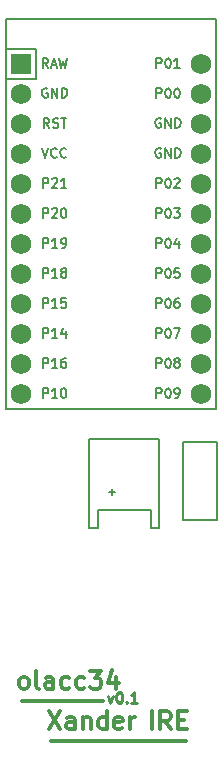
<source format=gbr>
%TF.GenerationSoftware,KiCad,Pcbnew,(7.0.0)*%
%TF.CreationDate,2023-03-27T22:06:22+01:00*%
%TF.ProjectId,olacc-34,6f6c6163-632d-4333-942e-6b696361645f,v1.0.0*%
%TF.SameCoordinates,Original*%
%TF.FileFunction,Legend,Top*%
%TF.FilePolarity,Positive*%
%FSLAX46Y46*%
G04 Gerber Fmt 4.6, Leading zero omitted, Abs format (unit mm)*
G04 Created by KiCad (PCBNEW (7.0.0)) date 2023-03-27 22:06:22*
%MOMM*%
%LPD*%
G01*
G04 APERTURE LIST*
%ADD10C,0.300000*%
%ADD11C,0.225000*%
%ADD12C,0.150000*%
%ADD13R,1.752600X1.752600*%
%ADD14C,1.752600*%
G04 APERTURE END LIST*
D10*
X89471428Y326428D02*
X89328571Y397857D01*
X89328571Y397857D02*
X89257142Y469285D01*
X89257142Y469285D02*
X89185714Y612142D01*
X89185714Y612142D02*
X89185714Y1040714D01*
X89185714Y1040714D02*
X89257142Y1183571D01*
X89257142Y1183571D02*
X89328571Y1255000D01*
X89328571Y1255000D02*
X89471428Y1326428D01*
X89471428Y1326428D02*
X89685714Y1326428D01*
X89685714Y1326428D02*
X89828571Y1255000D01*
X89828571Y1255000D02*
X89900000Y1183571D01*
X89900000Y1183571D02*
X89971428Y1040714D01*
X89971428Y1040714D02*
X89971428Y612142D01*
X89971428Y612142D02*
X89900000Y469285D01*
X89900000Y469285D02*
X89828571Y397857D01*
X89828571Y397857D02*
X89685714Y326428D01*
X89685714Y326428D02*
X89471428Y326428D01*
X90828571Y326428D02*
X90685714Y397857D01*
X90685714Y397857D02*
X90614285Y540714D01*
X90614285Y540714D02*
X90614285Y1826428D01*
X92042857Y326428D02*
X92042857Y1112142D01*
X92042857Y1112142D02*
X91971428Y1255000D01*
X91971428Y1255000D02*
X91828571Y1326428D01*
X91828571Y1326428D02*
X91542857Y1326428D01*
X91542857Y1326428D02*
X91399999Y1255000D01*
X92042857Y397857D02*
X91899999Y326428D01*
X91899999Y326428D02*
X91542857Y326428D01*
X91542857Y326428D02*
X91399999Y397857D01*
X91399999Y397857D02*
X91328571Y540714D01*
X91328571Y540714D02*
X91328571Y683571D01*
X91328571Y683571D02*
X91399999Y826428D01*
X91399999Y826428D02*
X91542857Y897857D01*
X91542857Y897857D02*
X91899999Y897857D01*
X91899999Y897857D02*
X92042857Y969285D01*
X93400000Y397857D02*
X93257142Y326428D01*
X93257142Y326428D02*
X92971428Y326428D01*
X92971428Y326428D02*
X92828571Y397857D01*
X92828571Y397857D02*
X92757142Y469285D01*
X92757142Y469285D02*
X92685714Y612142D01*
X92685714Y612142D02*
X92685714Y1040714D01*
X92685714Y1040714D02*
X92757142Y1183571D01*
X92757142Y1183571D02*
X92828571Y1255000D01*
X92828571Y1255000D02*
X92971428Y1326428D01*
X92971428Y1326428D02*
X93257142Y1326428D01*
X93257142Y1326428D02*
X93400000Y1255000D01*
X94685714Y397857D02*
X94542856Y326428D01*
X94542856Y326428D02*
X94257142Y326428D01*
X94257142Y326428D02*
X94114285Y397857D01*
X94114285Y397857D02*
X94042856Y469285D01*
X94042856Y469285D02*
X93971428Y612142D01*
X93971428Y612142D02*
X93971428Y1040714D01*
X93971428Y1040714D02*
X94042856Y1183571D01*
X94042856Y1183571D02*
X94114285Y1255000D01*
X94114285Y1255000D02*
X94257142Y1326428D01*
X94257142Y1326428D02*
X94542856Y1326428D01*
X94542856Y1326428D02*
X94685714Y1255000D01*
X95185713Y1826428D02*
X96114285Y1826428D01*
X96114285Y1826428D02*
X95614285Y1255000D01*
X95614285Y1255000D02*
X95828570Y1255000D01*
X95828570Y1255000D02*
X95971428Y1183571D01*
X95971428Y1183571D02*
X96042856Y1112142D01*
X96042856Y1112142D02*
X96114285Y969285D01*
X96114285Y969285D02*
X96114285Y612142D01*
X96114285Y612142D02*
X96042856Y469285D01*
X96042856Y469285D02*
X95971428Y397857D01*
X95971428Y397857D02*
X95828570Y326428D01*
X95828570Y326428D02*
X95399999Y326428D01*
X95399999Y326428D02*
X95257142Y397857D01*
X95257142Y397857D02*
X95185713Y469285D01*
X97399999Y1326428D02*
X97399999Y326428D01*
X97042856Y1897857D02*
X96685713Y826428D01*
X96685713Y826428D02*
X97614284Y826428D01*
D11*
X96648571Y-257142D02*
X96862857Y-857142D01*
X96862857Y-857142D02*
X97077142Y-257142D01*
X97591428Y42857D02*
X97677142Y42857D01*
X97677142Y42857D02*
X97762856Y0D01*
X97762856Y0D02*
X97805714Y-42857D01*
X97805714Y-42857D02*
X97848571Y-128571D01*
X97848571Y-128571D02*
X97891428Y-300000D01*
X97891428Y-300000D02*
X97891428Y-514285D01*
X97891428Y-514285D02*
X97848571Y-685714D01*
X97848571Y-685714D02*
X97805714Y-771428D01*
X97805714Y-771428D02*
X97762856Y-814285D01*
X97762856Y-814285D02*
X97677142Y-857142D01*
X97677142Y-857142D02*
X97591428Y-857142D01*
X97591428Y-857142D02*
X97505714Y-814285D01*
X97505714Y-814285D02*
X97462856Y-771428D01*
X97462856Y-771428D02*
X97419999Y-685714D01*
X97419999Y-685714D02*
X97377142Y-514285D01*
X97377142Y-514285D02*
X97377142Y-300000D01*
X97377142Y-300000D02*
X97419999Y-128571D01*
X97419999Y-128571D02*
X97462856Y-42857D01*
X97462856Y-42857D02*
X97505714Y0D01*
X97505714Y0D02*
X97591428Y42857D01*
X98277142Y-771428D02*
X98319999Y-814285D01*
X98319999Y-814285D02*
X98277142Y-857142D01*
X98277142Y-857142D02*
X98234285Y-814285D01*
X98234285Y-814285D02*
X98277142Y-771428D01*
X98277142Y-771428D02*
X98277142Y-857142D01*
X99177142Y-857142D02*
X98662856Y-857142D01*
X98919999Y-857142D02*
X98919999Y42857D01*
X98919999Y42857D02*
X98834285Y-85714D01*
X98834285Y-85714D02*
X98748570Y-171428D01*
X98748570Y-171428D02*
X98662856Y-214285D01*
D10*
X91654285Y-1591071D02*
X92654285Y-3091071D01*
X92654285Y-1591071D02*
X91654285Y-3091071D01*
X93868571Y-3091071D02*
X93868571Y-2305357D01*
X93868571Y-2305357D02*
X93797142Y-2162500D01*
X93797142Y-2162500D02*
X93654285Y-2091071D01*
X93654285Y-2091071D02*
X93368571Y-2091071D01*
X93368571Y-2091071D02*
X93225713Y-2162500D01*
X93868571Y-3019642D02*
X93725713Y-3091071D01*
X93725713Y-3091071D02*
X93368571Y-3091071D01*
X93368571Y-3091071D02*
X93225713Y-3019642D01*
X93225713Y-3019642D02*
X93154285Y-2876785D01*
X93154285Y-2876785D02*
X93154285Y-2733928D01*
X93154285Y-2733928D02*
X93225713Y-2591071D01*
X93225713Y-2591071D02*
X93368571Y-2519642D01*
X93368571Y-2519642D02*
X93725713Y-2519642D01*
X93725713Y-2519642D02*
X93868571Y-2448214D01*
X94582856Y-2091071D02*
X94582856Y-3091071D01*
X94582856Y-2233928D02*
X94654285Y-2162500D01*
X94654285Y-2162500D02*
X94797142Y-2091071D01*
X94797142Y-2091071D02*
X95011428Y-2091071D01*
X95011428Y-2091071D02*
X95154285Y-2162500D01*
X95154285Y-2162500D02*
X95225714Y-2305357D01*
X95225714Y-2305357D02*
X95225714Y-3091071D01*
X96582857Y-3091071D02*
X96582857Y-1591071D01*
X96582857Y-3019642D02*
X96439999Y-3091071D01*
X96439999Y-3091071D02*
X96154285Y-3091071D01*
X96154285Y-3091071D02*
X96011428Y-3019642D01*
X96011428Y-3019642D02*
X95939999Y-2948214D01*
X95939999Y-2948214D02*
X95868571Y-2805357D01*
X95868571Y-2805357D02*
X95868571Y-2376785D01*
X95868571Y-2376785D02*
X95939999Y-2233928D01*
X95939999Y-2233928D02*
X96011428Y-2162500D01*
X96011428Y-2162500D02*
X96154285Y-2091071D01*
X96154285Y-2091071D02*
X96439999Y-2091071D01*
X96439999Y-2091071D02*
X96582857Y-2162500D01*
X97868571Y-3019642D02*
X97725714Y-3091071D01*
X97725714Y-3091071D02*
X97440000Y-3091071D01*
X97440000Y-3091071D02*
X97297142Y-3019642D01*
X97297142Y-3019642D02*
X97225714Y-2876785D01*
X97225714Y-2876785D02*
X97225714Y-2305357D01*
X97225714Y-2305357D02*
X97297142Y-2162500D01*
X97297142Y-2162500D02*
X97440000Y-2091071D01*
X97440000Y-2091071D02*
X97725714Y-2091071D01*
X97725714Y-2091071D02*
X97868571Y-2162500D01*
X97868571Y-2162500D02*
X97940000Y-2305357D01*
X97940000Y-2305357D02*
X97940000Y-2448214D01*
X97940000Y-2448214D02*
X97225714Y-2591071D01*
X98582856Y-3091071D02*
X98582856Y-2091071D01*
X98582856Y-2376785D02*
X98654285Y-2233928D01*
X98654285Y-2233928D02*
X98725714Y-2162500D01*
X98725714Y-2162500D02*
X98868571Y-2091071D01*
X98868571Y-2091071D02*
X99011428Y-2091071D01*
X100411427Y-3091071D02*
X100411427Y-1591071D01*
X101982856Y-3091071D02*
X101482856Y-2376785D01*
X101125713Y-3091071D02*
X101125713Y-1591071D01*
X101125713Y-1591071D02*
X101697142Y-1591071D01*
X101697142Y-1591071D02*
X101839999Y-1662500D01*
X101839999Y-1662500D02*
X101911428Y-1733928D01*
X101911428Y-1733928D02*
X101982856Y-1876785D01*
X101982856Y-1876785D02*
X101982856Y-2091071D01*
X101982856Y-2091071D02*
X101911428Y-2233928D01*
X101911428Y-2233928D02*
X101839999Y-2305357D01*
X101839999Y-2305357D02*
X101697142Y-2376785D01*
X101697142Y-2376785D02*
X101125713Y-2376785D01*
X102625713Y-2305357D02*
X103125713Y-2305357D01*
X103339999Y-3091071D02*
X102625713Y-3091071D01*
X102625713Y-3091071D02*
X102625713Y-1591071D01*
X102625713Y-1591071D02*
X103339999Y-1591071D01*
X91840000Y-4111428D02*
X92982857Y-4111428D01*
X92982857Y-4111428D02*
X94125714Y-4111428D01*
X94125714Y-4111428D02*
X95268571Y-4111428D01*
X95268571Y-4111428D02*
X96411428Y-4111428D01*
X96411428Y-4111428D02*
X97554285Y-4111428D01*
X97554285Y-4111428D02*
X98697142Y-4111428D01*
X98697142Y-4111428D02*
X99839999Y-4111428D01*
X99839999Y-4111428D02*
X100982856Y-4111428D01*
X100982856Y-4111428D02*
X102125713Y-4111428D01*
X102125713Y-4111428D02*
X103268570Y-4111428D01*
X89400000Y-693928D02*
X90542857Y-693928D01*
X90542857Y-693928D02*
X91685714Y-693928D01*
X91685714Y-693928D02*
X92828571Y-693928D01*
X92828571Y-693928D02*
X93971428Y-693928D01*
X93971428Y-693928D02*
X95114285Y-693928D01*
X95114285Y-693928D02*
X96257142Y-693928D01*
D12*
%TO.C,MCU1*%
X91088333Y46099095D02*
X91355000Y45299095D01*
X91355000Y45299095D02*
X91621666Y46099095D01*
X92345476Y45375285D02*
X92307380Y45337190D01*
X92307380Y45337190D02*
X92193095Y45299095D01*
X92193095Y45299095D02*
X92116904Y45299095D01*
X92116904Y45299095D02*
X92002618Y45337190D01*
X92002618Y45337190D02*
X91926428Y45413380D01*
X91926428Y45413380D02*
X91888333Y45489571D01*
X91888333Y45489571D02*
X91850237Y45641952D01*
X91850237Y45641952D02*
X91850237Y45756238D01*
X91850237Y45756238D02*
X91888333Y45908619D01*
X91888333Y45908619D02*
X91926428Y45984809D01*
X91926428Y45984809D02*
X92002618Y46061000D01*
X92002618Y46061000D02*
X92116904Y46099095D01*
X92116904Y46099095D02*
X92193095Y46099095D01*
X92193095Y46099095D02*
X92307380Y46061000D01*
X92307380Y46061000D02*
X92345476Y46022904D01*
X93145476Y45375285D02*
X93107380Y45337190D01*
X93107380Y45337190D02*
X92993095Y45299095D01*
X92993095Y45299095D02*
X92916904Y45299095D01*
X92916904Y45299095D02*
X92802618Y45337190D01*
X92802618Y45337190D02*
X92726428Y45413380D01*
X92726428Y45413380D02*
X92688333Y45489571D01*
X92688333Y45489571D02*
X92650237Y45641952D01*
X92650237Y45641952D02*
X92650237Y45756238D01*
X92650237Y45756238D02*
X92688333Y45908619D01*
X92688333Y45908619D02*
X92726428Y45984809D01*
X92726428Y45984809D02*
X92802618Y46061000D01*
X92802618Y46061000D02*
X92916904Y46099095D01*
X92916904Y46099095D02*
X92993095Y46099095D01*
X92993095Y46099095D02*
X93107380Y46061000D01*
X93107380Y46061000D02*
X93145476Y46022904D01*
X91183571Y32599095D02*
X91183571Y33399095D01*
X91183571Y33399095D02*
X91488333Y33399095D01*
X91488333Y33399095D02*
X91564523Y33361000D01*
X91564523Y33361000D02*
X91602618Y33322904D01*
X91602618Y33322904D02*
X91640714Y33246714D01*
X91640714Y33246714D02*
X91640714Y33132428D01*
X91640714Y33132428D02*
X91602618Y33056238D01*
X91602618Y33056238D02*
X91564523Y33018142D01*
X91564523Y33018142D02*
X91488333Y32980047D01*
X91488333Y32980047D02*
X91183571Y32980047D01*
X92402618Y32599095D02*
X91945475Y32599095D01*
X92174047Y32599095D02*
X92174047Y33399095D01*
X92174047Y33399095D02*
X92097856Y33284809D01*
X92097856Y33284809D02*
X92021666Y33208619D01*
X92021666Y33208619D02*
X91945475Y33170523D01*
X93126428Y33399095D02*
X92745476Y33399095D01*
X92745476Y33399095D02*
X92707380Y33018142D01*
X92707380Y33018142D02*
X92745476Y33056238D01*
X92745476Y33056238D02*
X92821666Y33094333D01*
X92821666Y33094333D02*
X93012142Y33094333D01*
X93012142Y33094333D02*
X93088333Y33056238D01*
X93088333Y33056238D02*
X93126428Y33018142D01*
X93126428Y33018142D02*
X93164523Y32941952D01*
X93164523Y32941952D02*
X93164523Y32751476D01*
X93164523Y32751476D02*
X93126428Y32675285D01*
X93126428Y32675285D02*
X93088333Y32637190D01*
X93088333Y32637190D02*
X93012142Y32599095D01*
X93012142Y32599095D02*
X92821666Y32599095D01*
X92821666Y32599095D02*
X92745476Y32637190D01*
X92745476Y32637190D02*
X92707380Y32675285D01*
X91183571Y42759095D02*
X91183571Y43559095D01*
X91183571Y43559095D02*
X91488333Y43559095D01*
X91488333Y43559095D02*
X91564523Y43521000D01*
X91564523Y43521000D02*
X91602618Y43482904D01*
X91602618Y43482904D02*
X91640714Y43406714D01*
X91640714Y43406714D02*
X91640714Y43292428D01*
X91640714Y43292428D02*
X91602618Y43216238D01*
X91602618Y43216238D02*
X91564523Y43178142D01*
X91564523Y43178142D02*
X91488333Y43140047D01*
X91488333Y43140047D02*
X91183571Y43140047D01*
X91945475Y43482904D02*
X91983571Y43521000D01*
X91983571Y43521000D02*
X92059761Y43559095D01*
X92059761Y43559095D02*
X92250237Y43559095D01*
X92250237Y43559095D02*
X92326428Y43521000D01*
X92326428Y43521000D02*
X92364523Y43482904D01*
X92364523Y43482904D02*
X92402618Y43406714D01*
X92402618Y43406714D02*
X92402618Y43330523D01*
X92402618Y43330523D02*
X92364523Y43216238D01*
X92364523Y43216238D02*
X91907380Y42759095D01*
X91907380Y42759095D02*
X92402618Y42759095D01*
X93164523Y42759095D02*
X92707380Y42759095D01*
X92935952Y42759095D02*
X92935952Y43559095D01*
X92935952Y43559095D02*
X92859761Y43444809D01*
X92859761Y43444809D02*
X92783571Y43368619D01*
X92783571Y43368619D02*
X92707380Y43330523D01*
X100783571Y42759095D02*
X100783571Y43559095D01*
X100783571Y43559095D02*
X101088333Y43559095D01*
X101088333Y43559095D02*
X101164523Y43521000D01*
X101164523Y43521000D02*
X101202618Y43482904D01*
X101202618Y43482904D02*
X101240714Y43406714D01*
X101240714Y43406714D02*
X101240714Y43292428D01*
X101240714Y43292428D02*
X101202618Y43216238D01*
X101202618Y43216238D02*
X101164523Y43178142D01*
X101164523Y43178142D02*
X101088333Y43140047D01*
X101088333Y43140047D02*
X100783571Y43140047D01*
X101735952Y43559095D02*
X101812142Y43559095D01*
X101812142Y43559095D02*
X101888333Y43521000D01*
X101888333Y43521000D02*
X101926428Y43482904D01*
X101926428Y43482904D02*
X101964523Y43406714D01*
X101964523Y43406714D02*
X102002618Y43254333D01*
X102002618Y43254333D02*
X102002618Y43063857D01*
X102002618Y43063857D02*
X101964523Y42911476D01*
X101964523Y42911476D02*
X101926428Y42835285D01*
X101926428Y42835285D02*
X101888333Y42797190D01*
X101888333Y42797190D02*
X101812142Y42759095D01*
X101812142Y42759095D02*
X101735952Y42759095D01*
X101735952Y42759095D02*
X101659761Y42797190D01*
X101659761Y42797190D02*
X101621666Y42835285D01*
X101621666Y42835285D02*
X101583571Y42911476D01*
X101583571Y42911476D02*
X101545475Y43063857D01*
X101545475Y43063857D02*
X101545475Y43254333D01*
X101545475Y43254333D02*
X101583571Y43406714D01*
X101583571Y43406714D02*
X101621666Y43482904D01*
X101621666Y43482904D02*
X101659761Y43521000D01*
X101659761Y43521000D02*
X101735952Y43559095D01*
X102307380Y43482904D02*
X102345476Y43521000D01*
X102345476Y43521000D02*
X102421666Y43559095D01*
X102421666Y43559095D02*
X102612142Y43559095D01*
X102612142Y43559095D02*
X102688333Y43521000D01*
X102688333Y43521000D02*
X102726428Y43482904D01*
X102726428Y43482904D02*
X102764523Y43406714D01*
X102764523Y43406714D02*
X102764523Y43330523D01*
X102764523Y43330523D02*
X102726428Y43216238D01*
X102726428Y43216238D02*
X102269285Y42759095D01*
X102269285Y42759095D02*
X102764523Y42759095D01*
X100783571Y50379095D02*
X100783571Y51179095D01*
X100783571Y51179095D02*
X101088333Y51179095D01*
X101088333Y51179095D02*
X101164523Y51141000D01*
X101164523Y51141000D02*
X101202618Y51102904D01*
X101202618Y51102904D02*
X101240714Y51026714D01*
X101240714Y51026714D02*
X101240714Y50912428D01*
X101240714Y50912428D02*
X101202618Y50836238D01*
X101202618Y50836238D02*
X101164523Y50798142D01*
X101164523Y50798142D02*
X101088333Y50760047D01*
X101088333Y50760047D02*
X100783571Y50760047D01*
X101735952Y51179095D02*
X101812142Y51179095D01*
X101812142Y51179095D02*
X101888333Y51141000D01*
X101888333Y51141000D02*
X101926428Y51102904D01*
X101926428Y51102904D02*
X101964523Y51026714D01*
X101964523Y51026714D02*
X102002618Y50874333D01*
X102002618Y50874333D02*
X102002618Y50683857D01*
X102002618Y50683857D02*
X101964523Y50531476D01*
X101964523Y50531476D02*
X101926428Y50455285D01*
X101926428Y50455285D02*
X101888333Y50417190D01*
X101888333Y50417190D02*
X101812142Y50379095D01*
X101812142Y50379095D02*
X101735952Y50379095D01*
X101735952Y50379095D02*
X101659761Y50417190D01*
X101659761Y50417190D02*
X101621666Y50455285D01*
X101621666Y50455285D02*
X101583571Y50531476D01*
X101583571Y50531476D02*
X101545475Y50683857D01*
X101545475Y50683857D02*
X101545475Y50874333D01*
X101545475Y50874333D02*
X101583571Y51026714D01*
X101583571Y51026714D02*
X101621666Y51102904D01*
X101621666Y51102904D02*
X101659761Y51141000D01*
X101659761Y51141000D02*
X101735952Y51179095D01*
X102497857Y51179095D02*
X102574047Y51179095D01*
X102574047Y51179095D02*
X102650238Y51141000D01*
X102650238Y51141000D02*
X102688333Y51102904D01*
X102688333Y51102904D02*
X102726428Y51026714D01*
X102726428Y51026714D02*
X102764523Y50874333D01*
X102764523Y50874333D02*
X102764523Y50683857D01*
X102764523Y50683857D02*
X102726428Y50531476D01*
X102726428Y50531476D02*
X102688333Y50455285D01*
X102688333Y50455285D02*
X102650238Y50417190D01*
X102650238Y50417190D02*
X102574047Y50379095D01*
X102574047Y50379095D02*
X102497857Y50379095D01*
X102497857Y50379095D02*
X102421666Y50417190D01*
X102421666Y50417190D02*
X102383571Y50455285D01*
X102383571Y50455285D02*
X102345476Y50531476D01*
X102345476Y50531476D02*
X102307380Y50683857D01*
X102307380Y50683857D02*
X102307380Y50874333D01*
X102307380Y50874333D02*
X102345476Y51026714D01*
X102345476Y51026714D02*
X102383571Y51102904D01*
X102383571Y51102904D02*
X102421666Y51141000D01*
X102421666Y51141000D02*
X102497857Y51179095D01*
X91545476Y51141000D02*
X91469286Y51179095D01*
X91469286Y51179095D02*
X91355000Y51179095D01*
X91355000Y51179095D02*
X91240714Y51141000D01*
X91240714Y51141000D02*
X91164524Y51064809D01*
X91164524Y51064809D02*
X91126429Y50988619D01*
X91126429Y50988619D02*
X91088333Y50836238D01*
X91088333Y50836238D02*
X91088333Y50721952D01*
X91088333Y50721952D02*
X91126429Y50569571D01*
X91126429Y50569571D02*
X91164524Y50493380D01*
X91164524Y50493380D02*
X91240714Y50417190D01*
X91240714Y50417190D02*
X91355000Y50379095D01*
X91355000Y50379095D02*
X91431191Y50379095D01*
X91431191Y50379095D02*
X91545476Y50417190D01*
X91545476Y50417190D02*
X91583572Y50455285D01*
X91583572Y50455285D02*
X91583572Y50721952D01*
X91583572Y50721952D02*
X91431191Y50721952D01*
X91926429Y50379095D02*
X91926429Y51179095D01*
X91926429Y51179095D02*
X92383572Y50379095D01*
X92383572Y50379095D02*
X92383572Y51179095D01*
X92764524Y50379095D02*
X92764524Y51179095D01*
X92764524Y51179095D02*
X92955000Y51179095D01*
X92955000Y51179095D02*
X93069286Y51141000D01*
X93069286Y51141000D02*
X93145476Y51064809D01*
X93145476Y51064809D02*
X93183571Y50988619D01*
X93183571Y50988619D02*
X93221667Y50836238D01*
X93221667Y50836238D02*
X93221667Y50721952D01*
X93221667Y50721952D02*
X93183571Y50569571D01*
X93183571Y50569571D02*
X93145476Y50493380D01*
X93145476Y50493380D02*
X93069286Y50417190D01*
X93069286Y50417190D02*
X92955000Y50379095D01*
X92955000Y50379095D02*
X92764524Y50379095D01*
X100783571Y52919095D02*
X100783571Y53719095D01*
X100783571Y53719095D02*
X101088333Y53719095D01*
X101088333Y53719095D02*
X101164523Y53681000D01*
X101164523Y53681000D02*
X101202618Y53642904D01*
X101202618Y53642904D02*
X101240714Y53566714D01*
X101240714Y53566714D02*
X101240714Y53452428D01*
X101240714Y53452428D02*
X101202618Y53376238D01*
X101202618Y53376238D02*
X101164523Y53338142D01*
X101164523Y53338142D02*
X101088333Y53300047D01*
X101088333Y53300047D02*
X100783571Y53300047D01*
X101735952Y53719095D02*
X101812142Y53719095D01*
X101812142Y53719095D02*
X101888333Y53681000D01*
X101888333Y53681000D02*
X101926428Y53642904D01*
X101926428Y53642904D02*
X101964523Y53566714D01*
X101964523Y53566714D02*
X102002618Y53414333D01*
X102002618Y53414333D02*
X102002618Y53223857D01*
X102002618Y53223857D02*
X101964523Y53071476D01*
X101964523Y53071476D02*
X101926428Y52995285D01*
X101926428Y52995285D02*
X101888333Y52957190D01*
X101888333Y52957190D02*
X101812142Y52919095D01*
X101812142Y52919095D02*
X101735952Y52919095D01*
X101735952Y52919095D02*
X101659761Y52957190D01*
X101659761Y52957190D02*
X101621666Y52995285D01*
X101621666Y52995285D02*
X101583571Y53071476D01*
X101583571Y53071476D02*
X101545475Y53223857D01*
X101545475Y53223857D02*
X101545475Y53414333D01*
X101545475Y53414333D02*
X101583571Y53566714D01*
X101583571Y53566714D02*
X101621666Y53642904D01*
X101621666Y53642904D02*
X101659761Y53681000D01*
X101659761Y53681000D02*
X101735952Y53719095D01*
X102764523Y52919095D02*
X102307380Y52919095D01*
X102535952Y52919095D02*
X102535952Y53719095D01*
X102535952Y53719095D02*
X102459761Y53604809D01*
X102459761Y53604809D02*
X102383571Y53528619D01*
X102383571Y53528619D02*
X102307380Y53490523D01*
X100783571Y37679095D02*
X100783571Y38479095D01*
X100783571Y38479095D02*
X101088333Y38479095D01*
X101088333Y38479095D02*
X101164523Y38441000D01*
X101164523Y38441000D02*
X101202618Y38402904D01*
X101202618Y38402904D02*
X101240714Y38326714D01*
X101240714Y38326714D02*
X101240714Y38212428D01*
X101240714Y38212428D02*
X101202618Y38136238D01*
X101202618Y38136238D02*
X101164523Y38098142D01*
X101164523Y38098142D02*
X101088333Y38060047D01*
X101088333Y38060047D02*
X100783571Y38060047D01*
X101735952Y38479095D02*
X101812142Y38479095D01*
X101812142Y38479095D02*
X101888333Y38441000D01*
X101888333Y38441000D02*
X101926428Y38402904D01*
X101926428Y38402904D02*
X101964523Y38326714D01*
X101964523Y38326714D02*
X102002618Y38174333D01*
X102002618Y38174333D02*
X102002618Y37983857D01*
X102002618Y37983857D02*
X101964523Y37831476D01*
X101964523Y37831476D02*
X101926428Y37755285D01*
X101926428Y37755285D02*
X101888333Y37717190D01*
X101888333Y37717190D02*
X101812142Y37679095D01*
X101812142Y37679095D02*
X101735952Y37679095D01*
X101735952Y37679095D02*
X101659761Y37717190D01*
X101659761Y37717190D02*
X101621666Y37755285D01*
X101621666Y37755285D02*
X101583571Y37831476D01*
X101583571Y37831476D02*
X101545475Y37983857D01*
X101545475Y37983857D02*
X101545475Y38174333D01*
X101545475Y38174333D02*
X101583571Y38326714D01*
X101583571Y38326714D02*
X101621666Y38402904D01*
X101621666Y38402904D02*
X101659761Y38441000D01*
X101659761Y38441000D02*
X101735952Y38479095D01*
X102688333Y38212428D02*
X102688333Y37679095D01*
X102497857Y38517190D02*
X102307380Y37945761D01*
X102307380Y37945761D02*
X102802619Y37945761D01*
X101145476Y46061000D02*
X101069286Y46099095D01*
X101069286Y46099095D02*
X100955000Y46099095D01*
X100955000Y46099095D02*
X100840714Y46061000D01*
X100840714Y46061000D02*
X100764524Y45984809D01*
X100764524Y45984809D02*
X100726429Y45908619D01*
X100726429Y45908619D02*
X100688333Y45756238D01*
X100688333Y45756238D02*
X100688333Y45641952D01*
X100688333Y45641952D02*
X100726429Y45489571D01*
X100726429Y45489571D02*
X100764524Y45413380D01*
X100764524Y45413380D02*
X100840714Y45337190D01*
X100840714Y45337190D02*
X100955000Y45299095D01*
X100955000Y45299095D02*
X101031191Y45299095D01*
X101031191Y45299095D02*
X101145476Y45337190D01*
X101145476Y45337190D02*
X101183572Y45375285D01*
X101183572Y45375285D02*
X101183572Y45641952D01*
X101183572Y45641952D02*
X101031191Y45641952D01*
X101526429Y45299095D02*
X101526429Y46099095D01*
X101526429Y46099095D02*
X101983572Y45299095D01*
X101983572Y45299095D02*
X101983572Y46099095D01*
X102364524Y45299095D02*
X102364524Y46099095D01*
X102364524Y46099095D02*
X102555000Y46099095D01*
X102555000Y46099095D02*
X102669286Y46061000D01*
X102669286Y46061000D02*
X102745476Y45984809D01*
X102745476Y45984809D02*
X102783571Y45908619D01*
X102783571Y45908619D02*
X102821667Y45756238D01*
X102821667Y45756238D02*
X102821667Y45641952D01*
X102821667Y45641952D02*
X102783571Y45489571D01*
X102783571Y45489571D02*
X102745476Y45413380D01*
X102745476Y45413380D02*
X102669286Y45337190D01*
X102669286Y45337190D02*
X102555000Y45299095D01*
X102555000Y45299095D02*
X102364524Y45299095D01*
X91183571Y40219095D02*
X91183571Y41019095D01*
X91183571Y41019095D02*
X91488333Y41019095D01*
X91488333Y41019095D02*
X91564523Y40981000D01*
X91564523Y40981000D02*
X91602618Y40942904D01*
X91602618Y40942904D02*
X91640714Y40866714D01*
X91640714Y40866714D02*
X91640714Y40752428D01*
X91640714Y40752428D02*
X91602618Y40676238D01*
X91602618Y40676238D02*
X91564523Y40638142D01*
X91564523Y40638142D02*
X91488333Y40600047D01*
X91488333Y40600047D02*
X91183571Y40600047D01*
X91945475Y40942904D02*
X91983571Y40981000D01*
X91983571Y40981000D02*
X92059761Y41019095D01*
X92059761Y41019095D02*
X92250237Y41019095D01*
X92250237Y41019095D02*
X92326428Y40981000D01*
X92326428Y40981000D02*
X92364523Y40942904D01*
X92364523Y40942904D02*
X92402618Y40866714D01*
X92402618Y40866714D02*
X92402618Y40790523D01*
X92402618Y40790523D02*
X92364523Y40676238D01*
X92364523Y40676238D02*
X91907380Y40219095D01*
X91907380Y40219095D02*
X92402618Y40219095D01*
X92897857Y41019095D02*
X92974047Y41019095D01*
X92974047Y41019095D02*
X93050238Y40981000D01*
X93050238Y40981000D02*
X93088333Y40942904D01*
X93088333Y40942904D02*
X93126428Y40866714D01*
X93126428Y40866714D02*
X93164523Y40714333D01*
X93164523Y40714333D02*
X93164523Y40523857D01*
X93164523Y40523857D02*
X93126428Y40371476D01*
X93126428Y40371476D02*
X93088333Y40295285D01*
X93088333Y40295285D02*
X93050238Y40257190D01*
X93050238Y40257190D02*
X92974047Y40219095D01*
X92974047Y40219095D02*
X92897857Y40219095D01*
X92897857Y40219095D02*
X92821666Y40257190D01*
X92821666Y40257190D02*
X92783571Y40295285D01*
X92783571Y40295285D02*
X92745476Y40371476D01*
X92745476Y40371476D02*
X92707380Y40523857D01*
X92707380Y40523857D02*
X92707380Y40714333D01*
X92707380Y40714333D02*
X92745476Y40866714D01*
X92745476Y40866714D02*
X92783571Y40942904D01*
X92783571Y40942904D02*
X92821666Y40981000D01*
X92821666Y40981000D02*
X92897857Y41019095D01*
X91183571Y24979095D02*
X91183571Y25779095D01*
X91183571Y25779095D02*
X91488333Y25779095D01*
X91488333Y25779095D02*
X91564523Y25741000D01*
X91564523Y25741000D02*
X91602618Y25702904D01*
X91602618Y25702904D02*
X91640714Y25626714D01*
X91640714Y25626714D02*
X91640714Y25512428D01*
X91640714Y25512428D02*
X91602618Y25436238D01*
X91602618Y25436238D02*
X91564523Y25398142D01*
X91564523Y25398142D02*
X91488333Y25360047D01*
X91488333Y25360047D02*
X91183571Y25360047D01*
X92402618Y24979095D02*
X91945475Y24979095D01*
X92174047Y24979095D02*
X92174047Y25779095D01*
X92174047Y25779095D02*
X92097856Y25664809D01*
X92097856Y25664809D02*
X92021666Y25588619D01*
X92021666Y25588619D02*
X91945475Y25550523D01*
X92897857Y25779095D02*
X92974047Y25779095D01*
X92974047Y25779095D02*
X93050238Y25741000D01*
X93050238Y25741000D02*
X93088333Y25702904D01*
X93088333Y25702904D02*
X93126428Y25626714D01*
X93126428Y25626714D02*
X93164523Y25474333D01*
X93164523Y25474333D02*
X93164523Y25283857D01*
X93164523Y25283857D02*
X93126428Y25131476D01*
X93126428Y25131476D02*
X93088333Y25055285D01*
X93088333Y25055285D02*
X93050238Y25017190D01*
X93050238Y25017190D02*
X92974047Y24979095D01*
X92974047Y24979095D02*
X92897857Y24979095D01*
X92897857Y24979095D02*
X92821666Y25017190D01*
X92821666Y25017190D02*
X92783571Y25055285D01*
X92783571Y25055285D02*
X92745476Y25131476D01*
X92745476Y25131476D02*
X92707380Y25283857D01*
X92707380Y25283857D02*
X92707380Y25474333D01*
X92707380Y25474333D02*
X92745476Y25626714D01*
X92745476Y25626714D02*
X92783571Y25702904D01*
X92783571Y25702904D02*
X92821666Y25741000D01*
X92821666Y25741000D02*
X92897857Y25779095D01*
X100783571Y30059095D02*
X100783571Y30859095D01*
X100783571Y30859095D02*
X101088333Y30859095D01*
X101088333Y30859095D02*
X101164523Y30821000D01*
X101164523Y30821000D02*
X101202618Y30782904D01*
X101202618Y30782904D02*
X101240714Y30706714D01*
X101240714Y30706714D02*
X101240714Y30592428D01*
X101240714Y30592428D02*
X101202618Y30516238D01*
X101202618Y30516238D02*
X101164523Y30478142D01*
X101164523Y30478142D02*
X101088333Y30440047D01*
X101088333Y30440047D02*
X100783571Y30440047D01*
X101735952Y30859095D02*
X101812142Y30859095D01*
X101812142Y30859095D02*
X101888333Y30821000D01*
X101888333Y30821000D02*
X101926428Y30782904D01*
X101926428Y30782904D02*
X101964523Y30706714D01*
X101964523Y30706714D02*
X102002618Y30554333D01*
X102002618Y30554333D02*
X102002618Y30363857D01*
X102002618Y30363857D02*
X101964523Y30211476D01*
X101964523Y30211476D02*
X101926428Y30135285D01*
X101926428Y30135285D02*
X101888333Y30097190D01*
X101888333Y30097190D02*
X101812142Y30059095D01*
X101812142Y30059095D02*
X101735952Y30059095D01*
X101735952Y30059095D02*
X101659761Y30097190D01*
X101659761Y30097190D02*
X101621666Y30135285D01*
X101621666Y30135285D02*
X101583571Y30211476D01*
X101583571Y30211476D02*
X101545475Y30363857D01*
X101545475Y30363857D02*
X101545475Y30554333D01*
X101545475Y30554333D02*
X101583571Y30706714D01*
X101583571Y30706714D02*
X101621666Y30782904D01*
X101621666Y30782904D02*
X101659761Y30821000D01*
X101659761Y30821000D02*
X101735952Y30859095D01*
X102269285Y30859095D02*
X102802619Y30859095D01*
X102802619Y30859095D02*
X102459761Y30059095D01*
X91183571Y35139095D02*
X91183571Y35939095D01*
X91183571Y35939095D02*
X91488333Y35939095D01*
X91488333Y35939095D02*
X91564523Y35901000D01*
X91564523Y35901000D02*
X91602618Y35862904D01*
X91602618Y35862904D02*
X91640714Y35786714D01*
X91640714Y35786714D02*
X91640714Y35672428D01*
X91640714Y35672428D02*
X91602618Y35596238D01*
X91602618Y35596238D02*
X91564523Y35558142D01*
X91564523Y35558142D02*
X91488333Y35520047D01*
X91488333Y35520047D02*
X91183571Y35520047D01*
X92402618Y35139095D02*
X91945475Y35139095D01*
X92174047Y35139095D02*
X92174047Y35939095D01*
X92174047Y35939095D02*
X92097856Y35824809D01*
X92097856Y35824809D02*
X92021666Y35748619D01*
X92021666Y35748619D02*
X91945475Y35710523D01*
X92859761Y35596238D02*
X92783571Y35634333D01*
X92783571Y35634333D02*
X92745476Y35672428D01*
X92745476Y35672428D02*
X92707380Y35748619D01*
X92707380Y35748619D02*
X92707380Y35786714D01*
X92707380Y35786714D02*
X92745476Y35862904D01*
X92745476Y35862904D02*
X92783571Y35901000D01*
X92783571Y35901000D02*
X92859761Y35939095D01*
X92859761Y35939095D02*
X93012142Y35939095D01*
X93012142Y35939095D02*
X93088333Y35901000D01*
X93088333Y35901000D02*
X93126428Y35862904D01*
X93126428Y35862904D02*
X93164523Y35786714D01*
X93164523Y35786714D02*
X93164523Y35748619D01*
X93164523Y35748619D02*
X93126428Y35672428D01*
X93126428Y35672428D02*
X93088333Y35634333D01*
X93088333Y35634333D02*
X93012142Y35596238D01*
X93012142Y35596238D02*
X92859761Y35596238D01*
X92859761Y35596238D02*
X92783571Y35558142D01*
X92783571Y35558142D02*
X92745476Y35520047D01*
X92745476Y35520047D02*
X92707380Y35443857D01*
X92707380Y35443857D02*
X92707380Y35291476D01*
X92707380Y35291476D02*
X92745476Y35215285D01*
X92745476Y35215285D02*
X92783571Y35177190D01*
X92783571Y35177190D02*
X92859761Y35139095D01*
X92859761Y35139095D02*
X93012142Y35139095D01*
X93012142Y35139095D02*
X93088333Y35177190D01*
X93088333Y35177190D02*
X93126428Y35215285D01*
X93126428Y35215285D02*
X93164523Y35291476D01*
X93164523Y35291476D02*
X93164523Y35443857D01*
X93164523Y35443857D02*
X93126428Y35520047D01*
X93126428Y35520047D02*
X93088333Y35558142D01*
X93088333Y35558142D02*
X93012142Y35596238D01*
X91183571Y27519095D02*
X91183571Y28319095D01*
X91183571Y28319095D02*
X91488333Y28319095D01*
X91488333Y28319095D02*
X91564523Y28281000D01*
X91564523Y28281000D02*
X91602618Y28242904D01*
X91602618Y28242904D02*
X91640714Y28166714D01*
X91640714Y28166714D02*
X91640714Y28052428D01*
X91640714Y28052428D02*
X91602618Y27976238D01*
X91602618Y27976238D02*
X91564523Y27938142D01*
X91564523Y27938142D02*
X91488333Y27900047D01*
X91488333Y27900047D02*
X91183571Y27900047D01*
X92402618Y27519095D02*
X91945475Y27519095D01*
X92174047Y27519095D02*
X92174047Y28319095D01*
X92174047Y28319095D02*
X92097856Y28204809D01*
X92097856Y28204809D02*
X92021666Y28128619D01*
X92021666Y28128619D02*
X91945475Y28090523D01*
X93088333Y28319095D02*
X92935952Y28319095D01*
X92935952Y28319095D02*
X92859761Y28281000D01*
X92859761Y28281000D02*
X92821666Y28242904D01*
X92821666Y28242904D02*
X92745476Y28128619D01*
X92745476Y28128619D02*
X92707380Y27976238D01*
X92707380Y27976238D02*
X92707380Y27671476D01*
X92707380Y27671476D02*
X92745476Y27595285D01*
X92745476Y27595285D02*
X92783571Y27557190D01*
X92783571Y27557190D02*
X92859761Y27519095D01*
X92859761Y27519095D02*
X93012142Y27519095D01*
X93012142Y27519095D02*
X93088333Y27557190D01*
X93088333Y27557190D02*
X93126428Y27595285D01*
X93126428Y27595285D02*
X93164523Y27671476D01*
X93164523Y27671476D02*
X93164523Y27861952D01*
X93164523Y27861952D02*
X93126428Y27938142D01*
X93126428Y27938142D02*
X93088333Y27976238D01*
X93088333Y27976238D02*
X93012142Y28014333D01*
X93012142Y28014333D02*
X92859761Y28014333D01*
X92859761Y28014333D02*
X92783571Y27976238D01*
X92783571Y27976238D02*
X92745476Y27938142D01*
X92745476Y27938142D02*
X92707380Y27861952D01*
X100783571Y40219095D02*
X100783571Y41019095D01*
X100783571Y41019095D02*
X101088333Y41019095D01*
X101088333Y41019095D02*
X101164523Y40981000D01*
X101164523Y40981000D02*
X101202618Y40942904D01*
X101202618Y40942904D02*
X101240714Y40866714D01*
X101240714Y40866714D02*
X101240714Y40752428D01*
X101240714Y40752428D02*
X101202618Y40676238D01*
X101202618Y40676238D02*
X101164523Y40638142D01*
X101164523Y40638142D02*
X101088333Y40600047D01*
X101088333Y40600047D02*
X100783571Y40600047D01*
X101735952Y41019095D02*
X101812142Y41019095D01*
X101812142Y41019095D02*
X101888333Y40981000D01*
X101888333Y40981000D02*
X101926428Y40942904D01*
X101926428Y40942904D02*
X101964523Y40866714D01*
X101964523Y40866714D02*
X102002618Y40714333D01*
X102002618Y40714333D02*
X102002618Y40523857D01*
X102002618Y40523857D02*
X101964523Y40371476D01*
X101964523Y40371476D02*
X101926428Y40295285D01*
X101926428Y40295285D02*
X101888333Y40257190D01*
X101888333Y40257190D02*
X101812142Y40219095D01*
X101812142Y40219095D02*
X101735952Y40219095D01*
X101735952Y40219095D02*
X101659761Y40257190D01*
X101659761Y40257190D02*
X101621666Y40295285D01*
X101621666Y40295285D02*
X101583571Y40371476D01*
X101583571Y40371476D02*
X101545475Y40523857D01*
X101545475Y40523857D02*
X101545475Y40714333D01*
X101545475Y40714333D02*
X101583571Y40866714D01*
X101583571Y40866714D02*
X101621666Y40942904D01*
X101621666Y40942904D02*
X101659761Y40981000D01*
X101659761Y40981000D02*
X101735952Y41019095D01*
X102269285Y41019095D02*
X102764523Y41019095D01*
X102764523Y41019095D02*
X102497857Y40714333D01*
X102497857Y40714333D02*
X102612142Y40714333D01*
X102612142Y40714333D02*
X102688333Y40676238D01*
X102688333Y40676238D02*
X102726428Y40638142D01*
X102726428Y40638142D02*
X102764523Y40561952D01*
X102764523Y40561952D02*
X102764523Y40371476D01*
X102764523Y40371476D02*
X102726428Y40295285D01*
X102726428Y40295285D02*
X102688333Y40257190D01*
X102688333Y40257190D02*
X102612142Y40219095D01*
X102612142Y40219095D02*
X102383571Y40219095D01*
X102383571Y40219095D02*
X102307380Y40257190D01*
X102307380Y40257190D02*
X102269285Y40295285D01*
X100783571Y32599095D02*
X100783571Y33399095D01*
X100783571Y33399095D02*
X101088333Y33399095D01*
X101088333Y33399095D02*
X101164523Y33361000D01*
X101164523Y33361000D02*
X101202618Y33322904D01*
X101202618Y33322904D02*
X101240714Y33246714D01*
X101240714Y33246714D02*
X101240714Y33132428D01*
X101240714Y33132428D02*
X101202618Y33056238D01*
X101202618Y33056238D02*
X101164523Y33018142D01*
X101164523Y33018142D02*
X101088333Y32980047D01*
X101088333Y32980047D02*
X100783571Y32980047D01*
X101735952Y33399095D02*
X101812142Y33399095D01*
X101812142Y33399095D02*
X101888333Y33361000D01*
X101888333Y33361000D02*
X101926428Y33322904D01*
X101926428Y33322904D02*
X101964523Y33246714D01*
X101964523Y33246714D02*
X102002618Y33094333D01*
X102002618Y33094333D02*
X102002618Y32903857D01*
X102002618Y32903857D02*
X101964523Y32751476D01*
X101964523Y32751476D02*
X101926428Y32675285D01*
X101926428Y32675285D02*
X101888333Y32637190D01*
X101888333Y32637190D02*
X101812142Y32599095D01*
X101812142Y32599095D02*
X101735952Y32599095D01*
X101735952Y32599095D02*
X101659761Y32637190D01*
X101659761Y32637190D02*
X101621666Y32675285D01*
X101621666Y32675285D02*
X101583571Y32751476D01*
X101583571Y32751476D02*
X101545475Y32903857D01*
X101545475Y32903857D02*
X101545475Y33094333D01*
X101545475Y33094333D02*
X101583571Y33246714D01*
X101583571Y33246714D02*
X101621666Y33322904D01*
X101621666Y33322904D02*
X101659761Y33361000D01*
X101659761Y33361000D02*
X101735952Y33399095D01*
X102688333Y33399095D02*
X102535952Y33399095D01*
X102535952Y33399095D02*
X102459761Y33361000D01*
X102459761Y33361000D02*
X102421666Y33322904D01*
X102421666Y33322904D02*
X102345476Y33208619D01*
X102345476Y33208619D02*
X102307380Y33056238D01*
X102307380Y33056238D02*
X102307380Y32751476D01*
X102307380Y32751476D02*
X102345476Y32675285D01*
X102345476Y32675285D02*
X102383571Y32637190D01*
X102383571Y32637190D02*
X102459761Y32599095D01*
X102459761Y32599095D02*
X102612142Y32599095D01*
X102612142Y32599095D02*
X102688333Y32637190D01*
X102688333Y32637190D02*
X102726428Y32675285D01*
X102726428Y32675285D02*
X102764523Y32751476D01*
X102764523Y32751476D02*
X102764523Y32941952D01*
X102764523Y32941952D02*
X102726428Y33018142D01*
X102726428Y33018142D02*
X102688333Y33056238D01*
X102688333Y33056238D02*
X102612142Y33094333D01*
X102612142Y33094333D02*
X102459761Y33094333D01*
X102459761Y33094333D02*
X102383571Y33056238D01*
X102383571Y33056238D02*
X102345476Y33018142D01*
X102345476Y33018142D02*
X102307380Y32941952D01*
X91183571Y37679095D02*
X91183571Y38479095D01*
X91183571Y38479095D02*
X91488333Y38479095D01*
X91488333Y38479095D02*
X91564523Y38441000D01*
X91564523Y38441000D02*
X91602618Y38402904D01*
X91602618Y38402904D02*
X91640714Y38326714D01*
X91640714Y38326714D02*
X91640714Y38212428D01*
X91640714Y38212428D02*
X91602618Y38136238D01*
X91602618Y38136238D02*
X91564523Y38098142D01*
X91564523Y38098142D02*
X91488333Y38060047D01*
X91488333Y38060047D02*
X91183571Y38060047D01*
X92402618Y37679095D02*
X91945475Y37679095D01*
X92174047Y37679095D02*
X92174047Y38479095D01*
X92174047Y38479095D02*
X92097856Y38364809D01*
X92097856Y38364809D02*
X92021666Y38288619D01*
X92021666Y38288619D02*
X91945475Y38250523D01*
X92783571Y37679095D02*
X92935952Y37679095D01*
X92935952Y37679095D02*
X93012142Y37717190D01*
X93012142Y37717190D02*
X93050238Y37755285D01*
X93050238Y37755285D02*
X93126428Y37869571D01*
X93126428Y37869571D02*
X93164523Y38021952D01*
X93164523Y38021952D02*
X93164523Y38326714D01*
X93164523Y38326714D02*
X93126428Y38402904D01*
X93126428Y38402904D02*
X93088333Y38441000D01*
X93088333Y38441000D02*
X93012142Y38479095D01*
X93012142Y38479095D02*
X92859761Y38479095D01*
X92859761Y38479095D02*
X92783571Y38441000D01*
X92783571Y38441000D02*
X92745476Y38402904D01*
X92745476Y38402904D02*
X92707380Y38326714D01*
X92707380Y38326714D02*
X92707380Y38136238D01*
X92707380Y38136238D02*
X92745476Y38060047D01*
X92745476Y38060047D02*
X92783571Y38021952D01*
X92783571Y38021952D02*
X92859761Y37983857D01*
X92859761Y37983857D02*
X93012142Y37983857D01*
X93012142Y37983857D02*
X93088333Y38021952D01*
X93088333Y38021952D02*
X93126428Y38060047D01*
X93126428Y38060047D02*
X93164523Y38136238D01*
X101145476Y48601000D02*
X101069286Y48639095D01*
X101069286Y48639095D02*
X100955000Y48639095D01*
X100955000Y48639095D02*
X100840714Y48601000D01*
X100840714Y48601000D02*
X100764524Y48524809D01*
X100764524Y48524809D02*
X100726429Y48448619D01*
X100726429Y48448619D02*
X100688333Y48296238D01*
X100688333Y48296238D02*
X100688333Y48181952D01*
X100688333Y48181952D02*
X100726429Y48029571D01*
X100726429Y48029571D02*
X100764524Y47953380D01*
X100764524Y47953380D02*
X100840714Y47877190D01*
X100840714Y47877190D02*
X100955000Y47839095D01*
X100955000Y47839095D02*
X101031191Y47839095D01*
X101031191Y47839095D02*
X101145476Y47877190D01*
X101145476Y47877190D02*
X101183572Y47915285D01*
X101183572Y47915285D02*
X101183572Y48181952D01*
X101183572Y48181952D02*
X101031191Y48181952D01*
X101526429Y47839095D02*
X101526429Y48639095D01*
X101526429Y48639095D02*
X101983572Y47839095D01*
X101983572Y47839095D02*
X101983572Y48639095D01*
X102364524Y47839095D02*
X102364524Y48639095D01*
X102364524Y48639095D02*
X102555000Y48639095D01*
X102555000Y48639095D02*
X102669286Y48601000D01*
X102669286Y48601000D02*
X102745476Y48524809D01*
X102745476Y48524809D02*
X102783571Y48448619D01*
X102783571Y48448619D02*
X102821667Y48296238D01*
X102821667Y48296238D02*
X102821667Y48181952D01*
X102821667Y48181952D02*
X102783571Y48029571D01*
X102783571Y48029571D02*
X102745476Y47953380D01*
X102745476Y47953380D02*
X102669286Y47877190D01*
X102669286Y47877190D02*
X102555000Y47839095D01*
X102555000Y47839095D02*
X102364524Y47839095D01*
X100783571Y27519095D02*
X100783571Y28319095D01*
X100783571Y28319095D02*
X101088333Y28319095D01*
X101088333Y28319095D02*
X101164523Y28281000D01*
X101164523Y28281000D02*
X101202618Y28242904D01*
X101202618Y28242904D02*
X101240714Y28166714D01*
X101240714Y28166714D02*
X101240714Y28052428D01*
X101240714Y28052428D02*
X101202618Y27976238D01*
X101202618Y27976238D02*
X101164523Y27938142D01*
X101164523Y27938142D02*
X101088333Y27900047D01*
X101088333Y27900047D02*
X100783571Y27900047D01*
X101735952Y28319095D02*
X101812142Y28319095D01*
X101812142Y28319095D02*
X101888333Y28281000D01*
X101888333Y28281000D02*
X101926428Y28242904D01*
X101926428Y28242904D02*
X101964523Y28166714D01*
X101964523Y28166714D02*
X102002618Y28014333D01*
X102002618Y28014333D02*
X102002618Y27823857D01*
X102002618Y27823857D02*
X101964523Y27671476D01*
X101964523Y27671476D02*
X101926428Y27595285D01*
X101926428Y27595285D02*
X101888333Y27557190D01*
X101888333Y27557190D02*
X101812142Y27519095D01*
X101812142Y27519095D02*
X101735952Y27519095D01*
X101735952Y27519095D02*
X101659761Y27557190D01*
X101659761Y27557190D02*
X101621666Y27595285D01*
X101621666Y27595285D02*
X101583571Y27671476D01*
X101583571Y27671476D02*
X101545475Y27823857D01*
X101545475Y27823857D02*
X101545475Y28014333D01*
X101545475Y28014333D02*
X101583571Y28166714D01*
X101583571Y28166714D02*
X101621666Y28242904D01*
X101621666Y28242904D02*
X101659761Y28281000D01*
X101659761Y28281000D02*
X101735952Y28319095D01*
X102459761Y27976238D02*
X102383571Y28014333D01*
X102383571Y28014333D02*
X102345476Y28052428D01*
X102345476Y28052428D02*
X102307380Y28128619D01*
X102307380Y28128619D02*
X102307380Y28166714D01*
X102307380Y28166714D02*
X102345476Y28242904D01*
X102345476Y28242904D02*
X102383571Y28281000D01*
X102383571Y28281000D02*
X102459761Y28319095D01*
X102459761Y28319095D02*
X102612142Y28319095D01*
X102612142Y28319095D02*
X102688333Y28281000D01*
X102688333Y28281000D02*
X102726428Y28242904D01*
X102726428Y28242904D02*
X102764523Y28166714D01*
X102764523Y28166714D02*
X102764523Y28128619D01*
X102764523Y28128619D02*
X102726428Y28052428D01*
X102726428Y28052428D02*
X102688333Y28014333D01*
X102688333Y28014333D02*
X102612142Y27976238D01*
X102612142Y27976238D02*
X102459761Y27976238D01*
X102459761Y27976238D02*
X102383571Y27938142D01*
X102383571Y27938142D02*
X102345476Y27900047D01*
X102345476Y27900047D02*
X102307380Y27823857D01*
X102307380Y27823857D02*
X102307380Y27671476D01*
X102307380Y27671476D02*
X102345476Y27595285D01*
X102345476Y27595285D02*
X102383571Y27557190D01*
X102383571Y27557190D02*
X102459761Y27519095D01*
X102459761Y27519095D02*
X102612142Y27519095D01*
X102612142Y27519095D02*
X102688333Y27557190D01*
X102688333Y27557190D02*
X102726428Y27595285D01*
X102726428Y27595285D02*
X102764523Y27671476D01*
X102764523Y27671476D02*
X102764523Y27823857D01*
X102764523Y27823857D02*
X102726428Y27900047D01*
X102726428Y27900047D02*
X102688333Y27938142D01*
X102688333Y27938142D02*
X102612142Y27976238D01*
X91716905Y47839095D02*
X91450238Y48220047D01*
X91259762Y47839095D02*
X91259762Y48639095D01*
X91259762Y48639095D02*
X91564524Y48639095D01*
X91564524Y48639095D02*
X91640714Y48601000D01*
X91640714Y48601000D02*
X91678809Y48562904D01*
X91678809Y48562904D02*
X91716905Y48486714D01*
X91716905Y48486714D02*
X91716905Y48372428D01*
X91716905Y48372428D02*
X91678809Y48296238D01*
X91678809Y48296238D02*
X91640714Y48258142D01*
X91640714Y48258142D02*
X91564524Y48220047D01*
X91564524Y48220047D02*
X91259762Y48220047D01*
X92021666Y47877190D02*
X92135952Y47839095D01*
X92135952Y47839095D02*
X92326428Y47839095D01*
X92326428Y47839095D02*
X92402619Y47877190D01*
X92402619Y47877190D02*
X92440714Y47915285D01*
X92440714Y47915285D02*
X92478809Y47991476D01*
X92478809Y47991476D02*
X92478809Y48067666D01*
X92478809Y48067666D02*
X92440714Y48143857D01*
X92440714Y48143857D02*
X92402619Y48181952D01*
X92402619Y48181952D02*
X92326428Y48220047D01*
X92326428Y48220047D02*
X92174047Y48258142D01*
X92174047Y48258142D02*
X92097857Y48296238D01*
X92097857Y48296238D02*
X92059762Y48334333D01*
X92059762Y48334333D02*
X92021666Y48410523D01*
X92021666Y48410523D02*
X92021666Y48486714D01*
X92021666Y48486714D02*
X92059762Y48562904D01*
X92059762Y48562904D02*
X92097857Y48601000D01*
X92097857Y48601000D02*
X92174047Y48639095D01*
X92174047Y48639095D02*
X92364524Y48639095D01*
X92364524Y48639095D02*
X92478809Y48601000D01*
X92707381Y48639095D02*
X93164524Y48639095D01*
X92935952Y47839095D02*
X92935952Y48639095D01*
X91602619Y52919095D02*
X91335952Y53300047D01*
X91145476Y52919095D02*
X91145476Y53719095D01*
X91145476Y53719095D02*
X91450238Y53719095D01*
X91450238Y53719095D02*
X91526428Y53681000D01*
X91526428Y53681000D02*
X91564523Y53642904D01*
X91564523Y53642904D02*
X91602619Y53566714D01*
X91602619Y53566714D02*
X91602619Y53452428D01*
X91602619Y53452428D02*
X91564523Y53376238D01*
X91564523Y53376238D02*
X91526428Y53338142D01*
X91526428Y53338142D02*
X91450238Y53300047D01*
X91450238Y53300047D02*
X91145476Y53300047D01*
X91907380Y53147666D02*
X92288333Y53147666D01*
X91831190Y52919095D02*
X92097857Y53719095D01*
X92097857Y53719095D02*
X92364523Y52919095D01*
X92554999Y53719095D02*
X92745475Y52919095D01*
X92745475Y52919095D02*
X92897856Y53490523D01*
X92897856Y53490523D02*
X93050237Y52919095D01*
X93050237Y52919095D02*
X93240714Y53719095D01*
X91183571Y30059095D02*
X91183571Y30859095D01*
X91183571Y30859095D02*
X91488333Y30859095D01*
X91488333Y30859095D02*
X91564523Y30821000D01*
X91564523Y30821000D02*
X91602618Y30782904D01*
X91602618Y30782904D02*
X91640714Y30706714D01*
X91640714Y30706714D02*
X91640714Y30592428D01*
X91640714Y30592428D02*
X91602618Y30516238D01*
X91602618Y30516238D02*
X91564523Y30478142D01*
X91564523Y30478142D02*
X91488333Y30440047D01*
X91488333Y30440047D02*
X91183571Y30440047D01*
X92402618Y30059095D02*
X91945475Y30059095D01*
X92174047Y30059095D02*
X92174047Y30859095D01*
X92174047Y30859095D02*
X92097856Y30744809D01*
X92097856Y30744809D02*
X92021666Y30668619D01*
X92021666Y30668619D02*
X91945475Y30630523D01*
X93088333Y30592428D02*
X93088333Y30059095D01*
X92897857Y30897190D02*
X92707380Y30325761D01*
X92707380Y30325761D02*
X93202619Y30325761D01*
X100783571Y24979095D02*
X100783571Y25779095D01*
X100783571Y25779095D02*
X101088333Y25779095D01*
X101088333Y25779095D02*
X101164523Y25741000D01*
X101164523Y25741000D02*
X101202618Y25702904D01*
X101202618Y25702904D02*
X101240714Y25626714D01*
X101240714Y25626714D02*
X101240714Y25512428D01*
X101240714Y25512428D02*
X101202618Y25436238D01*
X101202618Y25436238D02*
X101164523Y25398142D01*
X101164523Y25398142D02*
X101088333Y25360047D01*
X101088333Y25360047D02*
X100783571Y25360047D01*
X101735952Y25779095D02*
X101812142Y25779095D01*
X101812142Y25779095D02*
X101888333Y25741000D01*
X101888333Y25741000D02*
X101926428Y25702904D01*
X101926428Y25702904D02*
X101964523Y25626714D01*
X101964523Y25626714D02*
X102002618Y25474333D01*
X102002618Y25474333D02*
X102002618Y25283857D01*
X102002618Y25283857D02*
X101964523Y25131476D01*
X101964523Y25131476D02*
X101926428Y25055285D01*
X101926428Y25055285D02*
X101888333Y25017190D01*
X101888333Y25017190D02*
X101812142Y24979095D01*
X101812142Y24979095D02*
X101735952Y24979095D01*
X101735952Y24979095D02*
X101659761Y25017190D01*
X101659761Y25017190D02*
X101621666Y25055285D01*
X101621666Y25055285D02*
X101583571Y25131476D01*
X101583571Y25131476D02*
X101545475Y25283857D01*
X101545475Y25283857D02*
X101545475Y25474333D01*
X101545475Y25474333D02*
X101583571Y25626714D01*
X101583571Y25626714D02*
X101621666Y25702904D01*
X101621666Y25702904D02*
X101659761Y25741000D01*
X101659761Y25741000D02*
X101735952Y25779095D01*
X102383571Y24979095D02*
X102535952Y24979095D01*
X102535952Y24979095D02*
X102612142Y25017190D01*
X102612142Y25017190D02*
X102650238Y25055285D01*
X102650238Y25055285D02*
X102726428Y25169571D01*
X102726428Y25169571D02*
X102764523Y25321952D01*
X102764523Y25321952D02*
X102764523Y25626714D01*
X102764523Y25626714D02*
X102726428Y25702904D01*
X102726428Y25702904D02*
X102688333Y25741000D01*
X102688333Y25741000D02*
X102612142Y25779095D01*
X102612142Y25779095D02*
X102459761Y25779095D01*
X102459761Y25779095D02*
X102383571Y25741000D01*
X102383571Y25741000D02*
X102345476Y25702904D01*
X102345476Y25702904D02*
X102307380Y25626714D01*
X102307380Y25626714D02*
X102307380Y25436238D01*
X102307380Y25436238D02*
X102345476Y25360047D01*
X102345476Y25360047D02*
X102383571Y25321952D01*
X102383571Y25321952D02*
X102459761Y25283857D01*
X102459761Y25283857D02*
X102612142Y25283857D01*
X102612142Y25283857D02*
X102688333Y25321952D01*
X102688333Y25321952D02*
X102726428Y25360047D01*
X102726428Y25360047D02*
X102764523Y25436238D01*
X100783571Y35139095D02*
X100783571Y35939095D01*
X100783571Y35939095D02*
X101088333Y35939095D01*
X101088333Y35939095D02*
X101164523Y35901000D01*
X101164523Y35901000D02*
X101202618Y35862904D01*
X101202618Y35862904D02*
X101240714Y35786714D01*
X101240714Y35786714D02*
X101240714Y35672428D01*
X101240714Y35672428D02*
X101202618Y35596238D01*
X101202618Y35596238D02*
X101164523Y35558142D01*
X101164523Y35558142D02*
X101088333Y35520047D01*
X101088333Y35520047D02*
X100783571Y35520047D01*
X101735952Y35939095D02*
X101812142Y35939095D01*
X101812142Y35939095D02*
X101888333Y35901000D01*
X101888333Y35901000D02*
X101926428Y35862904D01*
X101926428Y35862904D02*
X101964523Y35786714D01*
X101964523Y35786714D02*
X102002618Y35634333D01*
X102002618Y35634333D02*
X102002618Y35443857D01*
X102002618Y35443857D02*
X101964523Y35291476D01*
X101964523Y35291476D02*
X101926428Y35215285D01*
X101926428Y35215285D02*
X101888333Y35177190D01*
X101888333Y35177190D02*
X101812142Y35139095D01*
X101812142Y35139095D02*
X101735952Y35139095D01*
X101735952Y35139095D02*
X101659761Y35177190D01*
X101659761Y35177190D02*
X101621666Y35215285D01*
X101621666Y35215285D02*
X101583571Y35291476D01*
X101583571Y35291476D02*
X101545475Y35443857D01*
X101545475Y35443857D02*
X101545475Y35634333D01*
X101545475Y35634333D02*
X101583571Y35786714D01*
X101583571Y35786714D02*
X101621666Y35862904D01*
X101621666Y35862904D02*
X101659761Y35901000D01*
X101659761Y35901000D02*
X101735952Y35939095D01*
X102726428Y35939095D02*
X102345476Y35939095D01*
X102345476Y35939095D02*
X102307380Y35558142D01*
X102307380Y35558142D02*
X102345476Y35596238D01*
X102345476Y35596238D02*
X102421666Y35634333D01*
X102421666Y35634333D02*
X102612142Y35634333D01*
X102612142Y35634333D02*
X102688333Y35596238D01*
X102688333Y35596238D02*
X102726428Y35558142D01*
X102726428Y35558142D02*
X102764523Y35481952D01*
X102764523Y35481952D02*
X102764523Y35291476D01*
X102764523Y35291476D02*
X102726428Y35215285D01*
X102726428Y35215285D02*
X102688333Y35177190D01*
X102688333Y35177190D02*
X102612142Y35139095D01*
X102612142Y35139095D02*
X102421666Y35139095D01*
X102421666Y35139095D02*
X102345476Y35177190D01*
X102345476Y35177190D02*
X102307380Y35215285D01*
%TO.C,T1*%
X105925000Y21215500D02*
X103075000Y21215500D01*
X103075000Y21215500D02*
X103075000Y14615500D01*
X105925000Y17915500D02*
X105925000Y21215500D01*
X105925000Y17915500D02*
X105925000Y14615500D01*
X105925000Y15965500D02*
X105925000Y19865500D01*
X103075000Y14615500D02*
X105925000Y14615500D01*
%TO.C,MCU1*%
X105845000Y57023000D02*
X88065000Y57023000D01*
X88065000Y57023000D02*
X88065000Y24003000D01*
X90605000Y54483000D02*
X88065000Y54483000D01*
X90605000Y54483000D02*
X90605000Y51943000D01*
X90605000Y51943000D02*
X88065000Y51943000D01*
X105845000Y24003000D02*
X105845000Y57023000D01*
X88065000Y24003000D02*
X105845000Y24003000D01*
%TO.C,JST1*%
X95110000Y21490000D02*
X101010000Y21490000D01*
X95110000Y13890000D02*
X95110000Y21490000D01*
X95810000Y15490000D02*
X95810000Y13890000D01*
X95810000Y13890000D02*
X95110000Y13890000D01*
X96810000Y16990000D02*
X97310000Y16990000D01*
X97060000Y16740000D02*
X97060000Y17240000D01*
X100310000Y15490000D02*
X95810000Y15490000D01*
X100310000Y13890000D02*
X100310000Y15490000D01*
X101010000Y21490000D02*
X101010000Y13890000D01*
X101010000Y13890000D02*
X100310000Y13890000D01*
%TD*%
D13*
%TO.C,MCU1*%
X89334999Y53212999D03*
D14*
X89335000Y50673000D03*
X89335000Y48133000D03*
X89335000Y45593000D03*
X89335000Y43053000D03*
X89335000Y40513000D03*
X89335000Y37973000D03*
X89335000Y35433000D03*
X89335000Y32893000D03*
X89335000Y30353000D03*
X89335000Y27813000D03*
X89335000Y25273000D03*
X104575000Y53213000D03*
X104575000Y50673000D03*
X104575000Y48133000D03*
X104575000Y45593000D03*
X104575000Y43053000D03*
X104575000Y40513000D03*
X104575000Y37973000D03*
X104575000Y35433000D03*
X104575000Y32893000D03*
X104575000Y30353000D03*
X104575000Y27813000D03*
X104575000Y25273000D03*
%TD*%
M02*

</source>
